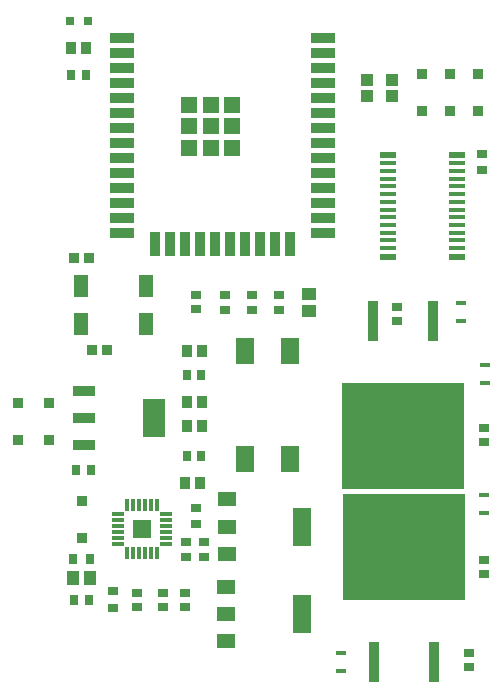
<source format=gtp>
G04*
G04 #@! TF.GenerationSoftware,Altium Limited,Altium Designer,20.1.14 (287)*
G04*
G04 Layer_Color=8421504*
%FSLAX24Y24*%
%MOIN*%
G70*
G04*
G04 #@! TF.SameCoordinates,D1A17965-E816-498F-87AB-38A2C5CE3A16*
G04*
G04*
G04 #@! TF.FilePolarity,Positive*
G04*
G01*
G75*
%ADD15R,0.0335X0.0177*%
%ADD16R,0.0335X0.0295*%
%ADD17R,0.0787X0.0354*%
%ADD18R,0.0354X0.0787*%
%ADD19R,0.0524X0.0524*%
%ADD20R,0.0315X0.0354*%
%ADD21R,0.0374X0.0354*%
%ADD22R,0.0354X0.0295*%
%ADD23R,0.0374X0.1378*%
%ADD24R,0.4075X0.3543*%
%ADD25R,0.0354X0.0394*%
%ADD26R,0.0512X0.0748*%
%ADD27R,0.0630X0.0858*%
%ADD28R,0.0630X0.0866*%
%ADD29R,0.0354X0.0315*%
%ADD30R,0.0512X0.0394*%
%ADD31R,0.0591X0.1299*%
%ADD32R,0.0591X0.0472*%
%ADD33R,0.0295X0.0354*%
%ADD34R,0.0295X0.0335*%
%ADD35R,0.0276X0.0354*%
%ADD36R,0.0354X0.0276*%
%ADD37R,0.0433X0.0394*%
%ADD38R,0.0531X0.0157*%
%ADD39R,0.0531X0.0236*%
%ADD40R,0.0415X0.0118*%
%ADD41R,0.0118X0.0415*%
%ADD42R,0.0600X0.0600*%
%ADD43R,0.0748X0.0354*%
%ADD44R,0.0748X0.1260*%
%ADD45R,0.0374X0.0374*%
%ADD46R,0.0315X0.0315*%
%ADD47R,0.0394X0.0512*%
D15*
X29200Y20405D02*
D03*
Y20995D02*
D03*
X29150Y16055D02*
D03*
Y16645D02*
D03*
X24400Y11395D02*
D03*
Y10805D02*
D03*
X28400Y22455D02*
D03*
Y23045D02*
D03*
D16*
X29100Y28006D02*
D03*
Y27494D02*
D03*
X19550Y15694D02*
D03*
Y16206D02*
D03*
X19230Y14589D02*
D03*
Y15100D02*
D03*
X19830Y15100D02*
D03*
Y14589D02*
D03*
D17*
X17100Y31900D02*
D03*
Y31400D02*
D03*
Y30900D02*
D03*
Y30400D02*
D03*
Y29900D02*
D03*
Y29400D02*
D03*
Y28900D02*
D03*
Y28400D02*
D03*
Y27900D02*
D03*
Y27400D02*
D03*
Y26900D02*
D03*
Y26400D02*
D03*
Y25900D02*
D03*
Y25400D02*
D03*
X23793D02*
D03*
Y25900D02*
D03*
Y26400D02*
D03*
Y26900D02*
D03*
Y27400D02*
D03*
Y27900D02*
D03*
Y28400D02*
D03*
Y28900D02*
D03*
Y29400D02*
D03*
Y29900D02*
D03*
Y30400D02*
D03*
Y30900D02*
D03*
Y31400D02*
D03*
Y31900D02*
D03*
D18*
X18196Y25006D02*
D03*
X18696D02*
D03*
X19196D02*
D03*
X19696D02*
D03*
X20196D02*
D03*
X20696D02*
D03*
X21196D02*
D03*
X21696D02*
D03*
X22196D02*
D03*
X22696D02*
D03*
D19*
X19330Y29670D02*
D03*
X20053D02*
D03*
X20775D02*
D03*
X19330Y28947D02*
D03*
X20053D02*
D03*
X20775D02*
D03*
X19330Y28225D02*
D03*
X20053D02*
D03*
X20775D02*
D03*
D20*
X16069Y17492D02*
D03*
X15576D02*
D03*
X15996Y13150D02*
D03*
X15504D02*
D03*
D21*
X15763Y15211D02*
D03*
Y16451D02*
D03*
X28950Y29453D02*
D03*
Y30693D02*
D03*
X28025Y29453D02*
D03*
Y30693D02*
D03*
X27100Y29453D02*
D03*
Y30693D02*
D03*
X14663Y18481D02*
D03*
Y19721D02*
D03*
X13613Y18481D02*
D03*
Y19721D02*
D03*
D22*
X29150Y18900D02*
D03*
Y18428D02*
D03*
Y14486D02*
D03*
Y14014D02*
D03*
X28650Y10914D02*
D03*
Y11386D02*
D03*
X26250Y22936D02*
D03*
Y22464D02*
D03*
X19567Y23317D02*
D03*
Y22845D02*
D03*
X20517Y23311D02*
D03*
Y22839D02*
D03*
X18455Y12916D02*
D03*
Y13388D02*
D03*
X17605Y12916D02*
D03*
Y13388D02*
D03*
D23*
X27450Y22450D02*
D03*
X25450D02*
D03*
X25500Y11100D02*
D03*
X27500D02*
D03*
D24*
X26450Y18611D02*
D03*
X26500Y14939D02*
D03*
D25*
X15906Y31550D02*
D03*
X15394D02*
D03*
X19756Y19750D02*
D03*
X19244D02*
D03*
X19188Y17050D02*
D03*
X19700D02*
D03*
X19244Y18950D02*
D03*
X19756D02*
D03*
X19765Y21450D02*
D03*
X19254D02*
D03*
D26*
X15717Y23630D02*
D03*
Y22370D02*
D03*
X17883Y23630D02*
D03*
Y22370D02*
D03*
D27*
X22700Y17841D02*
D03*
X21200D02*
D03*
D28*
X22700Y21459D02*
D03*
X21200D02*
D03*
D29*
X21417Y22829D02*
D03*
Y23321D02*
D03*
X22317Y22829D02*
D03*
Y23321D02*
D03*
X19205Y13398D02*
D03*
Y12906D02*
D03*
D30*
X23317Y22780D02*
D03*
Y23370D02*
D03*
D31*
X23100Y15600D02*
D03*
X23090Y12694D02*
D03*
D32*
X20580Y14694D02*
D03*
Y15600D02*
D03*
Y16506D02*
D03*
X20570Y11789D02*
D03*
Y12694D02*
D03*
Y13600D02*
D03*
D33*
X19264Y17950D02*
D03*
X19736D02*
D03*
X19259Y20650D02*
D03*
X19732D02*
D03*
D34*
X15394Y30650D02*
D03*
X15906D02*
D03*
D35*
X16041Y14534D02*
D03*
X15450D02*
D03*
D36*
X16805Y12880D02*
D03*
Y13470D02*
D03*
D37*
X26100Y29950D02*
D03*
Y30501D02*
D03*
X25250Y29950D02*
D03*
Y30501D02*
D03*
D38*
X28252Y27196D02*
D03*
Y27452D02*
D03*
Y27707D02*
D03*
Y26940D02*
D03*
Y26684D02*
D03*
X25948D02*
D03*
Y26940D02*
D03*
Y27707D02*
D03*
Y27452D02*
D03*
Y27196D02*
D03*
Y26428D02*
D03*
Y26172D02*
D03*
Y25916D02*
D03*
Y25660D02*
D03*
Y24893D02*
D03*
Y25148D02*
D03*
Y25404D02*
D03*
X28252D02*
D03*
Y25148D02*
D03*
Y24893D02*
D03*
Y25660D02*
D03*
Y25916D02*
D03*
Y26172D02*
D03*
Y26428D02*
D03*
D39*
X25948Y28003D02*
D03*
Y24597D02*
D03*
X28252D02*
D03*
Y28003D02*
D03*
D40*
X18561Y16019D02*
D03*
X16946D02*
D03*
Y15822D02*
D03*
Y15625D02*
D03*
Y15428D02*
D03*
Y15231D02*
D03*
Y15034D02*
D03*
X18561D02*
D03*
Y15231D02*
D03*
Y15428D02*
D03*
Y15625D02*
D03*
Y15822D02*
D03*
D41*
X17261Y14719D02*
D03*
X17458D02*
D03*
X17655D02*
D03*
X17852D02*
D03*
X18049D02*
D03*
X18246D02*
D03*
X18049Y16334D02*
D03*
X17852D02*
D03*
X17655D02*
D03*
X17458D02*
D03*
X17261D02*
D03*
X18246D02*
D03*
D42*
X17753Y15526D02*
D03*
D43*
X15843Y20135D02*
D03*
Y19230D02*
D03*
Y18324D02*
D03*
D44*
X18166Y19230D02*
D03*
D45*
X16596Y21500D02*
D03*
X16104D02*
D03*
X15996Y24550D02*
D03*
X15504D02*
D03*
D46*
X15355Y32450D02*
D03*
X15945D02*
D03*
D47*
X16041Y13884D02*
D03*
X15450D02*
D03*
M02*

</source>
